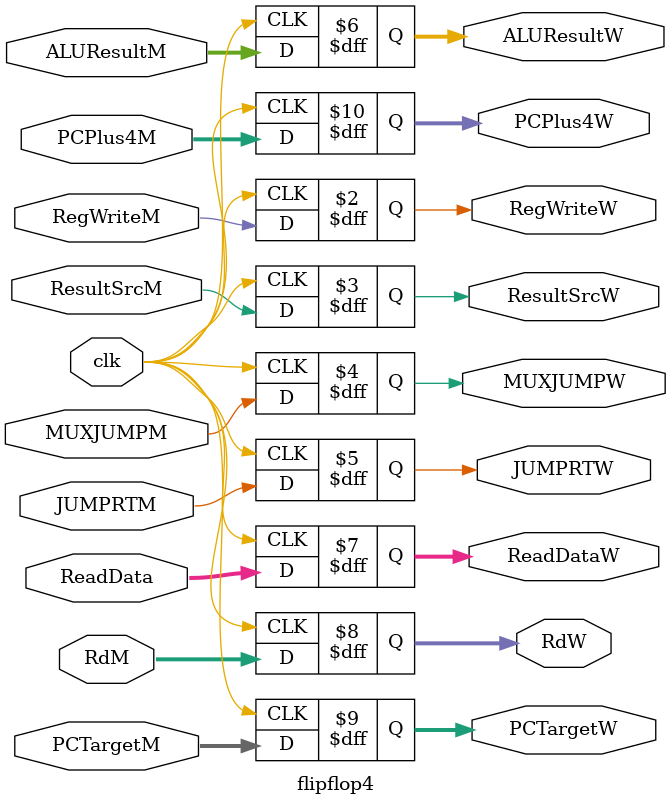
<source format=sv>
module flipflop4 #(
    parameter ADDRESS_WIDTH = 32,
              DATA_WIDTH = 32
)(
    input logic clk,
    //input control signals
    input logic         RegWriteM,
    input logic         ResultSrcM,
    input logic         MUXJUMPM,
    input logic         JUMPRTM,
    //other inputs
    input logic  [DATA_WIDTH-1:0]       ALUResultM,
    input logic  [DATA_WIDTH-1:0]       ReadData,
    input logic  [4:0]       RdM,
    input logic  [DATA_WIDTH-1:0]       PCTargetM,
    input logic  [DATA_WIDTH-1:0]       PCPlus4M,
    //output control signals
    output logic        RegWriteW,
    output logic        ResultSrcW,
    output logic        MUXJUMPW,
    output logic        JUMPRTW,
    //other outputs
    output logic [DATA_WIDTH-1:0]       ALUResultW,
    output logic [DATA_WIDTH-1:0]       ReadDataW,
    output logic [4:0]       RdW,
    output logic [DATA_WIDTH-1:0]      PCTargetW,
    output logic [DATA_WIDTH-1:0]       PCPlus4W
);

always_ff @(posedge clk)
    begin
    RegWriteW <= RegWriteM;
    ResultSrcW <= ResultSrcM;
    MUXJUMPW <= MUXJUMPM;
    JUMPRTW <= JUMPRTM;
    ALUResultW <= ALUResultM;
    ReadDataW <= ReadData;
    RdW <= RdM;
    PCTargetW <= PCTargetM;
    PCPlus4W <= PCPlus4M;
    end

endmodule

</source>
